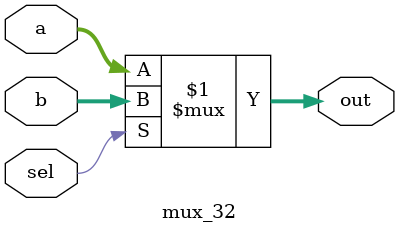
<source format=v>
`timescale 1ns / 1ps
/*
 * Engineer: Minstrel Hall
 * Create Date:    22:56:03 04/22/2016
 * Description:
 *
 * Dependencies:
 *
 * Revision:
 *
 */

module mux_32(
	output [31:0] out,
	input [31:0] a, b,
	input sel
    );

	assign out = sel ? b : a;

endmodule

</source>
